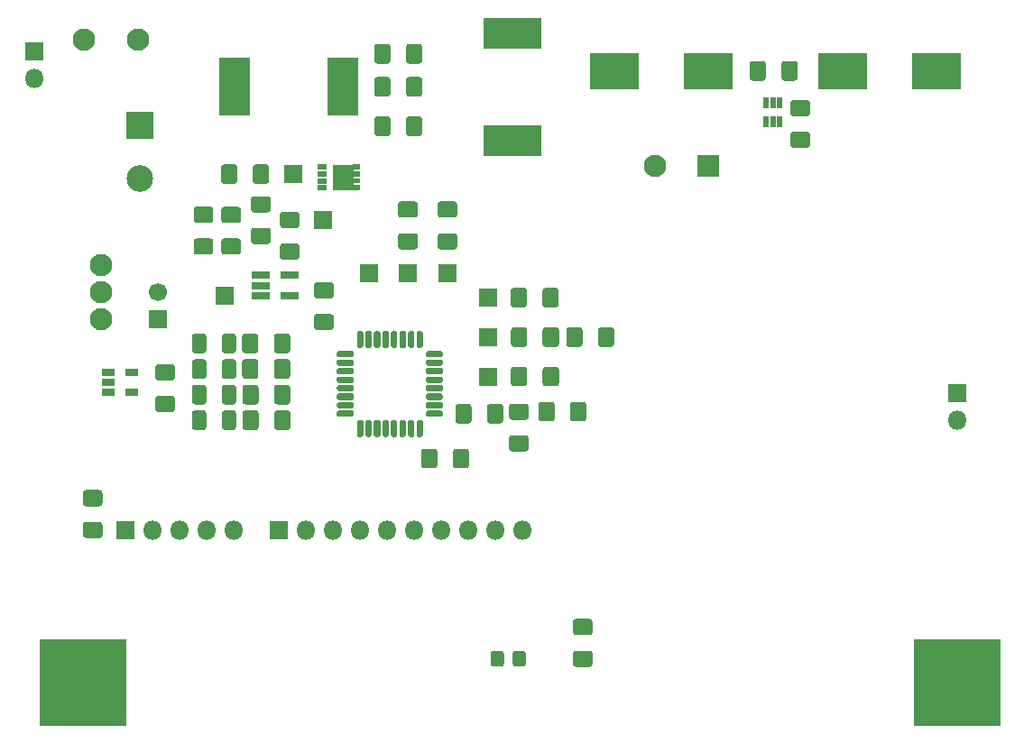
<source format=gbr>
%TF.GenerationSoftware,KiCad,Pcbnew,(5.1.6)-1*%
%TF.CreationDate,2020-05-30T13:08:14+03:00*%
%TF.ProjectId,stm32f334_1S_charger,73746d33-3266-4333-9334-5f31535f6368,rev?*%
%TF.SameCoordinates,Original*%
%TF.FileFunction,Soldermask,Top*%
%TF.FilePolarity,Negative*%
%FSLAX46Y46*%
G04 Gerber Fmt 4.6, Leading zero omitted, Abs format (unit mm)*
G04 Created by KiCad (PCBNEW (5.1.6)-1) date 2020-05-30 13:08:14*
%MOMM*%
%LPD*%
G01*
G04 APERTURE LIST*
%ADD10R,1.700000X1.700000*%
%ADD11C,1.700000*%
%ADD12R,2.500000X2.500000*%
%ADD13C,2.500000*%
%ADD14R,2.100000X2.100000*%
%ADD15C,2.100000*%
%ADD16R,4.600000X3.400000*%
%ADD17R,1.800000X1.800000*%
%ADD18O,1.800000X1.800000*%
%ADD19R,8.100000X8.100000*%
%ADD20R,2.900000X5.400000*%
%ADD21R,5.400000X2.900000*%
%ADD22R,0.930000X0.500000*%
%ADD23C,0.100000*%
%ADD24R,1.160000X0.750000*%
%ADD25R,0.500000X1.100000*%
%ADD26R,1.660000X0.750000*%
G04 APERTURE END LIST*
%TO.C,C10*%
G36*
G01*
X27557456Y-47362500D02*
X26242544Y-47362500D01*
G75*
G02*
X25975000Y-47094956I0J267544D01*
G01*
X25975000Y-46105044D01*
G75*
G02*
X26242544Y-45837500I267544J0D01*
G01*
X27557456Y-45837500D01*
G75*
G02*
X27825000Y-46105044I0J-267544D01*
G01*
X27825000Y-47094956D01*
G75*
G02*
X27557456Y-47362500I-267544J0D01*
G01*
G37*
G36*
G01*
X27557456Y-50337500D02*
X26242544Y-50337500D01*
G75*
G02*
X25975000Y-50069956I0J267544D01*
G01*
X25975000Y-49080044D01*
G75*
G02*
X26242544Y-48812500I267544J0D01*
G01*
X27557456Y-48812500D01*
G75*
G02*
X27825000Y-49080044I0J-267544D01*
G01*
X27825000Y-50069956D01*
G75*
G02*
X27557456Y-50337500I-267544J0D01*
G01*
G37*
%TD*%
%TO.C,C2*%
G36*
G01*
X60862500Y-38942544D02*
X60862500Y-40257456D01*
G75*
G02*
X60594956Y-40525000I-267544J0D01*
G01*
X59605044Y-40525000D01*
G75*
G02*
X59337500Y-40257456I0J267544D01*
G01*
X59337500Y-38942544D01*
G75*
G02*
X59605044Y-38675000I267544J0D01*
G01*
X60594956Y-38675000D01*
G75*
G02*
X60862500Y-38942544I0J-267544D01*
G01*
G37*
G36*
G01*
X63837500Y-38942544D02*
X63837500Y-40257456D01*
G75*
G02*
X63569956Y-40525000I-267544J0D01*
G01*
X62580044Y-40525000D01*
G75*
G02*
X62312500Y-40257456I0J267544D01*
G01*
X62312500Y-38942544D01*
G75*
G02*
X62580044Y-38675000I267544J0D01*
G01*
X63569956Y-38675000D01*
G75*
G02*
X63837500Y-38942544I0J-267544D01*
G01*
G37*
%TD*%
D10*
%TO.C,C3*%
X26200000Y-41600000D03*
D11*
X26200000Y-39100000D03*
%TD*%
D12*
%TO.C,C4*%
X24500000Y-23400000D03*
D13*
X24500000Y-28400000D03*
%TD*%
%TO.C,C6*%
G36*
G01*
X41142544Y-41125000D02*
X42457456Y-41125000D01*
G75*
G02*
X42725000Y-41392544I0J-267544D01*
G01*
X42725000Y-42382456D01*
G75*
G02*
X42457456Y-42650000I-267544J0D01*
G01*
X41142544Y-42650000D01*
G75*
G02*
X40875000Y-42382456I0J267544D01*
G01*
X40875000Y-41392544D01*
G75*
G02*
X41142544Y-41125000I267544J0D01*
G01*
G37*
G36*
G01*
X41142544Y-38150000D02*
X42457456Y-38150000D01*
G75*
G02*
X42725000Y-38417544I0J-267544D01*
G01*
X42725000Y-39407456D01*
G75*
G02*
X42457456Y-39675000I-267544J0D01*
G01*
X41142544Y-39675000D01*
G75*
G02*
X40875000Y-39407456I0J267544D01*
G01*
X40875000Y-38417544D01*
G75*
G02*
X41142544Y-38150000I267544J0D01*
G01*
G37*
%TD*%
%TO.C,C7*%
G36*
G01*
X32442544Y-31062500D02*
X33757456Y-31062500D01*
G75*
G02*
X34025000Y-31330044I0J-267544D01*
G01*
X34025000Y-32319956D01*
G75*
G02*
X33757456Y-32587500I-267544J0D01*
G01*
X32442544Y-32587500D01*
G75*
G02*
X32175000Y-32319956I0J267544D01*
G01*
X32175000Y-31330044D01*
G75*
G02*
X32442544Y-31062500I267544J0D01*
G01*
G37*
G36*
G01*
X32442544Y-34037500D02*
X33757456Y-34037500D01*
G75*
G02*
X34025000Y-34305044I0J-267544D01*
G01*
X34025000Y-35294956D01*
G75*
G02*
X33757456Y-35562500I-267544J0D01*
G01*
X32442544Y-35562500D01*
G75*
G02*
X32175000Y-35294956I0J267544D01*
G01*
X32175000Y-34305044D01*
G75*
G02*
X32442544Y-34037500I267544J0D01*
G01*
G37*
%TD*%
%TO.C,C8*%
G36*
G01*
X31157456Y-35562500D02*
X29842544Y-35562500D01*
G75*
G02*
X29575000Y-35294956I0J267544D01*
G01*
X29575000Y-34305044D01*
G75*
G02*
X29842544Y-34037500I267544J0D01*
G01*
X31157456Y-34037500D01*
G75*
G02*
X31425000Y-34305044I0J-267544D01*
G01*
X31425000Y-35294956D01*
G75*
G02*
X31157456Y-35562500I-267544J0D01*
G01*
G37*
G36*
G01*
X31157456Y-32587500D02*
X29842544Y-32587500D01*
G75*
G02*
X29575000Y-32319956I0J267544D01*
G01*
X29575000Y-31330044D01*
G75*
G02*
X29842544Y-31062500I267544J0D01*
G01*
X31157456Y-31062500D01*
G75*
G02*
X31425000Y-31330044I0J-267544D01*
G01*
X31425000Y-32319956D01*
G75*
G02*
X31157456Y-32587500I-267544J0D01*
G01*
G37*
%TD*%
%TO.C,C11*%
G36*
G01*
X55662500Y-49842544D02*
X55662500Y-51157456D01*
G75*
G02*
X55394956Y-51425000I-267544J0D01*
G01*
X54405044Y-51425000D01*
G75*
G02*
X54137500Y-51157456I0J267544D01*
G01*
X54137500Y-49842544D01*
G75*
G02*
X54405044Y-49575000I267544J0D01*
G01*
X55394956Y-49575000D01*
G75*
G02*
X55662500Y-49842544I0J-267544D01*
G01*
G37*
G36*
G01*
X58637500Y-49842544D02*
X58637500Y-51157456D01*
G75*
G02*
X58369956Y-51425000I-267544J0D01*
G01*
X57380044Y-51425000D01*
G75*
G02*
X57112500Y-51157456I0J267544D01*
G01*
X57112500Y-49842544D01*
G75*
G02*
X57380044Y-49575000I267544J0D01*
G01*
X58369956Y-49575000D01*
G75*
G02*
X58637500Y-49842544I0J-267544D01*
G01*
G37*
%TD*%
%TO.C,C12*%
G36*
G01*
X51037500Y-16042544D02*
X51037500Y-17357456D01*
G75*
G02*
X50769956Y-17625000I-267544J0D01*
G01*
X49780044Y-17625000D01*
G75*
G02*
X49512500Y-17357456I0J267544D01*
G01*
X49512500Y-16042544D01*
G75*
G02*
X49780044Y-15775000I267544J0D01*
G01*
X50769956Y-15775000D01*
G75*
G02*
X51037500Y-16042544I0J-267544D01*
G01*
G37*
G36*
G01*
X48062500Y-16042544D02*
X48062500Y-17357456D01*
G75*
G02*
X47794956Y-17625000I-267544J0D01*
G01*
X46805044Y-17625000D01*
G75*
G02*
X46537500Y-17357456I0J267544D01*
G01*
X46537500Y-16042544D01*
G75*
G02*
X46805044Y-15775000I267544J0D01*
G01*
X47794956Y-15775000D01*
G75*
G02*
X48062500Y-16042544I0J-267544D01*
G01*
G37*
%TD*%
%TO.C,C13*%
G36*
G01*
X48062500Y-19142544D02*
X48062500Y-20457456D01*
G75*
G02*
X47794956Y-20725000I-267544J0D01*
G01*
X46805044Y-20725000D01*
G75*
G02*
X46537500Y-20457456I0J267544D01*
G01*
X46537500Y-19142544D01*
G75*
G02*
X46805044Y-18875000I267544J0D01*
G01*
X47794956Y-18875000D01*
G75*
G02*
X48062500Y-19142544I0J-267544D01*
G01*
G37*
G36*
G01*
X51037500Y-19142544D02*
X51037500Y-20457456D01*
G75*
G02*
X50769956Y-20725000I-267544J0D01*
G01*
X49780044Y-20725000D01*
G75*
G02*
X49512500Y-20457456I0J267544D01*
G01*
X49512500Y-19142544D01*
G75*
G02*
X49780044Y-18875000I267544J0D01*
G01*
X50769956Y-18875000D01*
G75*
G02*
X51037500Y-19142544I0J-267544D01*
G01*
G37*
%TD*%
%TO.C,C14*%
G36*
G01*
X48062500Y-22842544D02*
X48062500Y-24157456D01*
G75*
G02*
X47794956Y-24425000I-267544J0D01*
G01*
X46805044Y-24425000D01*
G75*
G02*
X46537500Y-24157456I0J267544D01*
G01*
X46537500Y-22842544D01*
G75*
G02*
X46805044Y-22575000I267544J0D01*
G01*
X47794956Y-22575000D01*
G75*
G02*
X48062500Y-22842544I0J-267544D01*
G01*
G37*
G36*
G01*
X51037500Y-22842544D02*
X51037500Y-24157456D01*
G75*
G02*
X50769956Y-24425000I-267544J0D01*
G01*
X49780044Y-24425000D01*
G75*
G02*
X49512500Y-24157456I0J267544D01*
G01*
X49512500Y-22842544D01*
G75*
G02*
X49780044Y-22575000I267544J0D01*
G01*
X50769956Y-22575000D01*
G75*
G02*
X51037500Y-22842544I0J-267544D01*
G01*
G37*
%TD*%
%TO.C,C15*%
G36*
G01*
X52742544Y-33537500D02*
X54057456Y-33537500D01*
G75*
G02*
X54325000Y-33805044I0J-267544D01*
G01*
X54325000Y-34794956D01*
G75*
G02*
X54057456Y-35062500I-267544J0D01*
G01*
X52742544Y-35062500D01*
G75*
G02*
X52475000Y-34794956I0J267544D01*
G01*
X52475000Y-33805044D01*
G75*
G02*
X52742544Y-33537500I267544J0D01*
G01*
G37*
G36*
G01*
X52742544Y-30562500D02*
X54057456Y-30562500D01*
G75*
G02*
X54325000Y-30830044I0J-267544D01*
G01*
X54325000Y-31819956D01*
G75*
G02*
X54057456Y-32087500I-267544J0D01*
G01*
X52742544Y-32087500D01*
G75*
G02*
X52475000Y-31819956I0J267544D01*
G01*
X52475000Y-30830044D01*
G75*
G02*
X52742544Y-30562500I267544J0D01*
G01*
G37*
%TD*%
D14*
%TO.C,C16*%
X77900000Y-27200000D03*
D15*
X72900000Y-27200000D03*
%TD*%
%TO.C,C18*%
G36*
G01*
X63862500Y-42642544D02*
X63862500Y-43957456D01*
G75*
G02*
X63594956Y-44225000I-267544J0D01*
G01*
X62605044Y-44225000D01*
G75*
G02*
X62337500Y-43957456I0J267544D01*
G01*
X62337500Y-42642544D01*
G75*
G02*
X62605044Y-42375000I267544J0D01*
G01*
X63594956Y-42375000D01*
G75*
G02*
X63862500Y-42642544I0J-267544D01*
G01*
G37*
G36*
G01*
X60887500Y-42642544D02*
X60887500Y-43957456D01*
G75*
G02*
X60619956Y-44225000I-267544J0D01*
G01*
X59630044Y-44225000D01*
G75*
G02*
X59362500Y-43957456I0J267544D01*
G01*
X59362500Y-42642544D01*
G75*
G02*
X59630044Y-42375000I267544J0D01*
G01*
X60619956Y-42375000D01*
G75*
G02*
X60887500Y-42642544I0J-267544D01*
G01*
G37*
%TD*%
%TO.C,C19*%
G36*
G01*
X66075000Y-42642544D02*
X66075000Y-43957456D01*
G75*
G02*
X65807456Y-44225000I-267544J0D01*
G01*
X64817544Y-44225000D01*
G75*
G02*
X64550000Y-43957456I0J267544D01*
G01*
X64550000Y-42642544D01*
G75*
G02*
X64817544Y-42375000I267544J0D01*
G01*
X65807456Y-42375000D01*
G75*
G02*
X66075000Y-42642544I0J-267544D01*
G01*
G37*
G36*
G01*
X69050000Y-42642544D02*
X69050000Y-43957456D01*
G75*
G02*
X68782456Y-44225000I-267544J0D01*
G01*
X67792544Y-44225000D01*
G75*
G02*
X67525000Y-43957456I0J267544D01*
G01*
X67525000Y-42642544D01*
G75*
G02*
X67792544Y-42375000I267544J0D01*
G01*
X68782456Y-42375000D01*
G75*
G02*
X69050000Y-42642544I0J-267544D01*
G01*
G37*
%TD*%
%TO.C,C20*%
G36*
G01*
X60887500Y-46342544D02*
X60887500Y-47657456D01*
G75*
G02*
X60619956Y-47925000I-267544J0D01*
G01*
X59630044Y-47925000D01*
G75*
G02*
X59362500Y-47657456I0J267544D01*
G01*
X59362500Y-46342544D01*
G75*
G02*
X59630044Y-46075000I267544J0D01*
G01*
X60619956Y-46075000D01*
G75*
G02*
X60887500Y-46342544I0J-267544D01*
G01*
G37*
G36*
G01*
X63862500Y-46342544D02*
X63862500Y-47657456D01*
G75*
G02*
X63594956Y-47925000I-267544J0D01*
G01*
X62605044Y-47925000D01*
G75*
G02*
X62337500Y-47657456I0J267544D01*
G01*
X62337500Y-46342544D01*
G75*
G02*
X62605044Y-46075000I267544J0D01*
G01*
X63594956Y-46075000D01*
G75*
G02*
X63862500Y-46342544I0J-267544D01*
G01*
G37*
%TD*%
%TO.C,C21*%
G36*
G01*
X49042544Y-30562500D02*
X50357456Y-30562500D01*
G75*
G02*
X50625000Y-30830044I0J-267544D01*
G01*
X50625000Y-31819956D01*
G75*
G02*
X50357456Y-32087500I-267544J0D01*
G01*
X49042544Y-32087500D01*
G75*
G02*
X48775000Y-31819956I0J267544D01*
G01*
X48775000Y-30830044D01*
G75*
G02*
X49042544Y-30562500I267544J0D01*
G01*
G37*
G36*
G01*
X49042544Y-33537500D02*
X50357456Y-33537500D01*
G75*
G02*
X50625000Y-33805044I0J-267544D01*
G01*
X50625000Y-34794956D01*
G75*
G02*
X50357456Y-35062500I-267544J0D01*
G01*
X49042544Y-35062500D01*
G75*
G02*
X48775000Y-34794956I0J267544D01*
G01*
X48775000Y-33805044D01*
G75*
G02*
X49042544Y-33537500I267544J0D01*
G01*
G37*
%TD*%
D16*
%TO.C,D1*%
X69100000Y-18300000D03*
X77900000Y-18300000D03*
%TD*%
%TO.C,D2*%
G36*
G01*
X32225000Y-51755000D02*
X32225000Y-50445000D01*
G75*
G02*
X32495000Y-50175000I270000J0D01*
G01*
X33305000Y-50175000D01*
G75*
G02*
X33575000Y-50445000I0J-270000D01*
G01*
X33575000Y-51755000D01*
G75*
G02*
X33305000Y-52025000I-270000J0D01*
G01*
X32495000Y-52025000D01*
G75*
G02*
X32225000Y-51755000I0J270000D01*
G01*
G37*
G36*
G01*
X29425000Y-51755000D02*
X29425000Y-50445000D01*
G75*
G02*
X29695000Y-50175000I270000J0D01*
G01*
X30505000Y-50175000D01*
G75*
G02*
X30775000Y-50445000I0J-270000D01*
G01*
X30775000Y-51755000D01*
G75*
G02*
X30505000Y-52025000I-270000J0D01*
G01*
X29695000Y-52025000D01*
G75*
G02*
X29425000Y-51755000I0J270000D01*
G01*
G37*
%TD*%
%TO.C,D3*%
G36*
G01*
X29425000Y-49355000D02*
X29425000Y-48045000D01*
G75*
G02*
X29695000Y-47775000I270000J0D01*
G01*
X30505000Y-47775000D01*
G75*
G02*
X30775000Y-48045000I0J-270000D01*
G01*
X30775000Y-49355000D01*
G75*
G02*
X30505000Y-49625000I-270000J0D01*
G01*
X29695000Y-49625000D01*
G75*
G02*
X29425000Y-49355000I0J270000D01*
G01*
G37*
G36*
G01*
X32225000Y-49355000D02*
X32225000Y-48045000D01*
G75*
G02*
X32495000Y-47775000I270000J0D01*
G01*
X33305000Y-47775000D01*
G75*
G02*
X33575000Y-48045000I0J-270000D01*
G01*
X33575000Y-49355000D01*
G75*
G02*
X33305000Y-49625000I-270000J0D01*
G01*
X32495000Y-49625000D01*
G75*
G02*
X32225000Y-49355000I0J270000D01*
G01*
G37*
%TD*%
%TO.C,D4*%
X99300000Y-18300000D03*
X90500000Y-18300000D03*
%TD*%
%TO.C,D5*%
G36*
G01*
X32225000Y-46955000D02*
X32225000Y-45645000D01*
G75*
G02*
X32495000Y-45375000I270000J0D01*
G01*
X33305000Y-45375000D01*
G75*
G02*
X33575000Y-45645000I0J-270000D01*
G01*
X33575000Y-46955000D01*
G75*
G02*
X33305000Y-47225000I-270000J0D01*
G01*
X32495000Y-47225000D01*
G75*
G02*
X32225000Y-46955000I0J270000D01*
G01*
G37*
G36*
G01*
X29425000Y-46955000D02*
X29425000Y-45645000D01*
G75*
G02*
X29695000Y-45375000I270000J0D01*
G01*
X30505000Y-45375000D01*
G75*
G02*
X30775000Y-45645000I0J-270000D01*
G01*
X30775000Y-46955000D01*
G75*
G02*
X30505000Y-47225000I-270000J0D01*
G01*
X29695000Y-47225000D01*
G75*
G02*
X29425000Y-46955000I0J270000D01*
G01*
G37*
%TD*%
%TO.C,D6*%
G36*
G01*
X29425000Y-44555000D02*
X29425000Y-43245000D01*
G75*
G02*
X29695000Y-42975000I270000J0D01*
G01*
X30505000Y-42975000D01*
G75*
G02*
X30775000Y-43245000I0J-270000D01*
G01*
X30775000Y-44555000D01*
G75*
G02*
X30505000Y-44825000I-270000J0D01*
G01*
X29695000Y-44825000D01*
G75*
G02*
X29425000Y-44555000I0J270000D01*
G01*
G37*
G36*
G01*
X32225000Y-44555000D02*
X32225000Y-43245000D01*
G75*
G02*
X32495000Y-42975000I270000J0D01*
G01*
X33305000Y-42975000D01*
G75*
G02*
X33575000Y-43245000I0J-270000D01*
G01*
X33575000Y-44555000D01*
G75*
G02*
X33305000Y-44825000I-270000J0D01*
G01*
X32495000Y-44825000D01*
G75*
G02*
X32225000Y-44555000I0J270000D01*
G01*
G37*
%TD*%
D15*
%TO.C,F1*%
X24340000Y-15400000D03*
X19260000Y-15400000D03*
%TD*%
D17*
%TO.C,J2*%
X23140000Y-61400000D03*
D18*
X25680000Y-61400000D03*
X28220000Y-61400000D03*
X30760000Y-61400000D03*
X33300000Y-61400000D03*
%TD*%
D17*
%TO.C,J3*%
X37600000Y-61400000D03*
D18*
X40140000Y-61400000D03*
X42680000Y-61400000D03*
X45220000Y-61400000D03*
X47760000Y-61400000D03*
X50300000Y-61400000D03*
X52840000Y-61400000D03*
X55380000Y-61400000D03*
X57920000Y-61400000D03*
X60460000Y-61400000D03*
%TD*%
D19*
%TO.C,J4*%
X19200000Y-75700000D03*
X101200000Y-75700000D03*
%TD*%
D20*
%TO.C,L1*%
X33450000Y-19800000D03*
X43550000Y-19800000D03*
%TD*%
D21*
%TO.C,L2*%
X59500000Y-24850000D03*
X59500000Y-14750000D03*
%TD*%
D22*
%TO.C,Q1*%
X41660000Y-27975000D03*
X41660000Y-27325000D03*
X41660000Y-28625000D03*
X41660000Y-29275000D03*
D23*
G36*
X45154755Y-27075961D02*
G01*
X45164134Y-27078806D01*
X45172779Y-27083427D01*
X45180355Y-27089645D01*
X45186573Y-27097221D01*
X45191194Y-27105866D01*
X45194039Y-27115245D01*
X45195000Y-27125000D01*
X45195000Y-27525000D01*
X45194039Y-27534755D01*
X45191194Y-27544134D01*
X45186573Y-27552779D01*
X45180355Y-27560355D01*
X45172779Y-27566573D01*
X45164134Y-27571194D01*
X45154755Y-27574039D01*
X45145000Y-27575000D01*
X44575000Y-27575000D01*
X44575000Y-27725000D01*
X45145000Y-27725000D01*
X45154755Y-27725961D01*
X45164134Y-27728806D01*
X45172779Y-27733427D01*
X45180355Y-27739645D01*
X45186573Y-27747221D01*
X45191194Y-27755866D01*
X45194039Y-27765245D01*
X45195000Y-27775000D01*
X45195000Y-28175000D01*
X45194039Y-28184755D01*
X45191194Y-28194134D01*
X45186573Y-28202779D01*
X45180355Y-28210355D01*
X45172779Y-28216573D01*
X45164134Y-28221194D01*
X45154755Y-28224039D01*
X45145000Y-28225000D01*
X44575000Y-28225000D01*
X44575000Y-28375000D01*
X45145000Y-28375000D01*
X45154755Y-28375961D01*
X45164134Y-28378806D01*
X45172779Y-28383427D01*
X45180355Y-28389645D01*
X45186573Y-28397221D01*
X45191194Y-28405866D01*
X45194039Y-28415245D01*
X45195000Y-28425000D01*
X45195000Y-28825000D01*
X45194039Y-28834755D01*
X45191194Y-28844134D01*
X45186573Y-28852779D01*
X45180355Y-28860355D01*
X45172779Y-28866573D01*
X45164134Y-28871194D01*
X45154755Y-28874039D01*
X45145000Y-28875000D01*
X44575000Y-28875000D01*
X44575000Y-29025000D01*
X45145000Y-29025000D01*
X45154755Y-29025961D01*
X45164134Y-29028806D01*
X45172779Y-29033427D01*
X45180355Y-29039645D01*
X45186573Y-29047221D01*
X45191194Y-29055866D01*
X45194039Y-29065245D01*
X45195000Y-29075000D01*
X45195000Y-29475000D01*
X45194039Y-29484755D01*
X45191194Y-29494134D01*
X45186573Y-29502779D01*
X45180355Y-29510355D01*
X45172779Y-29516573D01*
X45164134Y-29521194D01*
X45154755Y-29524039D01*
X45145000Y-29525000D01*
X44525000Y-29525000D01*
X44515245Y-29524039D01*
X44505866Y-29521194D01*
X44497221Y-29516573D01*
X44489645Y-29510355D01*
X44483427Y-29502779D01*
X44478806Y-29494134D01*
X44475961Y-29484755D01*
X44475000Y-29475000D01*
X42675000Y-29475000D01*
X42665245Y-29474039D01*
X42655866Y-29471194D01*
X42647221Y-29466573D01*
X42639645Y-29460355D01*
X42633427Y-29452779D01*
X42628806Y-29444134D01*
X42625961Y-29434755D01*
X42625000Y-29425000D01*
X42625000Y-27175000D01*
X42625961Y-27165245D01*
X42628806Y-27155866D01*
X42633427Y-27147221D01*
X42639645Y-27139645D01*
X42647221Y-27133427D01*
X42655866Y-27128806D01*
X42665245Y-27125961D01*
X42675000Y-27125000D01*
X44475000Y-27125000D01*
X44475961Y-27115245D01*
X44478806Y-27105866D01*
X44483427Y-27097221D01*
X44489645Y-27089645D01*
X44497221Y-27083427D01*
X44505866Y-27078806D01*
X44515245Y-27075961D01*
X44525000Y-27075000D01*
X45145000Y-27075000D01*
X45154755Y-27075961D01*
G37*
%TD*%
%TO.C,R1*%
G36*
G01*
X19442544Y-57662500D02*
X20757456Y-57662500D01*
G75*
G02*
X21025000Y-57930044I0J-267544D01*
G01*
X21025000Y-58919956D01*
G75*
G02*
X20757456Y-59187500I-267544J0D01*
G01*
X19442544Y-59187500D01*
G75*
G02*
X19175000Y-58919956I0J267544D01*
G01*
X19175000Y-57930044D01*
G75*
G02*
X19442544Y-57662500I267544J0D01*
G01*
G37*
G36*
G01*
X19442544Y-60637500D02*
X20757456Y-60637500D01*
G75*
G02*
X21025000Y-60905044I0J-267544D01*
G01*
X21025000Y-61894956D01*
G75*
G02*
X20757456Y-62162500I-267544J0D01*
G01*
X19442544Y-62162500D01*
G75*
G02*
X19175000Y-61894956I0J267544D01*
G01*
X19175000Y-60905044D01*
G75*
G02*
X19442544Y-60637500I267544J0D01*
G01*
G37*
%TD*%
%TO.C,R2*%
G36*
G01*
X53912500Y-55357456D02*
X53912500Y-54042544D01*
G75*
G02*
X54180044Y-53775000I267544J0D01*
G01*
X55169956Y-53775000D01*
G75*
G02*
X55437500Y-54042544I0J-267544D01*
G01*
X55437500Y-55357456D01*
G75*
G02*
X55169956Y-55625000I-267544J0D01*
G01*
X54180044Y-55625000D01*
G75*
G02*
X53912500Y-55357456I0J267544D01*
G01*
G37*
G36*
G01*
X50937500Y-55357456D02*
X50937500Y-54042544D01*
G75*
G02*
X51205044Y-53775000I267544J0D01*
G01*
X52194956Y-53775000D01*
G75*
G02*
X52462500Y-54042544I0J-267544D01*
G01*
X52462500Y-55357456D01*
G75*
G02*
X52194956Y-55625000I-267544J0D01*
G01*
X51205044Y-55625000D01*
G75*
G02*
X50937500Y-55357456I0J267544D01*
G01*
G37*
%TD*%
%TO.C,R8*%
G36*
G01*
X37942544Y-31537500D02*
X39257456Y-31537500D01*
G75*
G02*
X39525000Y-31805044I0J-267544D01*
G01*
X39525000Y-32794956D01*
G75*
G02*
X39257456Y-33062500I-267544J0D01*
G01*
X37942544Y-33062500D01*
G75*
G02*
X37675000Y-32794956I0J267544D01*
G01*
X37675000Y-31805044D01*
G75*
G02*
X37942544Y-31537500I267544J0D01*
G01*
G37*
G36*
G01*
X37942544Y-34512500D02*
X39257456Y-34512500D01*
G75*
G02*
X39525000Y-34780044I0J-267544D01*
G01*
X39525000Y-35769956D01*
G75*
G02*
X39257456Y-36037500I-267544J0D01*
G01*
X37942544Y-36037500D01*
G75*
G02*
X37675000Y-35769956I0J267544D01*
G01*
X37675000Y-34780044D01*
G75*
G02*
X37942544Y-34512500I267544J0D01*
G01*
G37*
%TD*%
%TO.C,R9*%
G36*
G01*
X35242544Y-33037500D02*
X36557456Y-33037500D01*
G75*
G02*
X36825000Y-33305044I0J-267544D01*
G01*
X36825000Y-34294956D01*
G75*
G02*
X36557456Y-34562500I-267544J0D01*
G01*
X35242544Y-34562500D01*
G75*
G02*
X34975000Y-34294956I0J267544D01*
G01*
X34975000Y-33305044D01*
G75*
G02*
X35242544Y-33037500I267544J0D01*
G01*
G37*
G36*
G01*
X35242544Y-30062500D02*
X36557456Y-30062500D01*
G75*
G02*
X36825000Y-30330044I0J-267544D01*
G01*
X36825000Y-31319956D01*
G75*
G02*
X36557456Y-31587500I-267544J0D01*
G01*
X35242544Y-31587500D01*
G75*
G02*
X34975000Y-31319956I0J267544D01*
G01*
X34975000Y-30330044D01*
G75*
G02*
X35242544Y-30062500I267544J0D01*
G01*
G37*
%TD*%
%TO.C,R10*%
G36*
G01*
X35137500Y-28657456D02*
X35137500Y-27342544D01*
G75*
G02*
X35405044Y-27075000I267544J0D01*
G01*
X36394956Y-27075000D01*
G75*
G02*
X36662500Y-27342544I0J-267544D01*
G01*
X36662500Y-28657456D01*
G75*
G02*
X36394956Y-28925000I-267544J0D01*
G01*
X35405044Y-28925000D01*
G75*
G02*
X35137500Y-28657456I0J267544D01*
G01*
G37*
G36*
G01*
X32162500Y-28657456D02*
X32162500Y-27342544D01*
G75*
G02*
X32430044Y-27075000I267544J0D01*
G01*
X33419956Y-27075000D01*
G75*
G02*
X33687500Y-27342544I0J-267544D01*
G01*
X33687500Y-28657456D01*
G75*
G02*
X33419956Y-28925000I-267544J0D01*
G01*
X32430044Y-28925000D01*
G75*
G02*
X32162500Y-28657456I0J267544D01*
G01*
G37*
%TD*%
%TO.C,R11*%
G36*
G01*
X65442544Y-69762500D02*
X66757456Y-69762500D01*
G75*
G02*
X67025000Y-70030044I0J-267544D01*
G01*
X67025000Y-71019956D01*
G75*
G02*
X66757456Y-71287500I-267544J0D01*
G01*
X65442544Y-71287500D01*
G75*
G02*
X65175000Y-71019956I0J267544D01*
G01*
X65175000Y-70030044D01*
G75*
G02*
X65442544Y-69762500I267544J0D01*
G01*
G37*
G36*
G01*
X65442544Y-72737500D02*
X66757456Y-72737500D01*
G75*
G02*
X67025000Y-73005044I0J-267544D01*
G01*
X67025000Y-73994956D01*
G75*
G02*
X66757456Y-74262500I-267544J0D01*
G01*
X65442544Y-74262500D01*
G75*
G02*
X65175000Y-73994956I0J267544D01*
G01*
X65175000Y-73005044D01*
G75*
G02*
X65442544Y-72737500I267544J0D01*
G01*
G37*
%TD*%
%TO.C,R12*%
G36*
G01*
X86262500Y-17642544D02*
X86262500Y-18957456D01*
G75*
G02*
X85994956Y-19225000I-267544J0D01*
G01*
X85005044Y-19225000D01*
G75*
G02*
X84737500Y-18957456I0J267544D01*
G01*
X84737500Y-17642544D01*
G75*
G02*
X85005044Y-17375000I267544J0D01*
G01*
X85994956Y-17375000D01*
G75*
G02*
X86262500Y-17642544I0J-267544D01*
G01*
G37*
G36*
G01*
X83287500Y-17642544D02*
X83287500Y-18957456D01*
G75*
G02*
X83019956Y-19225000I-267544J0D01*
G01*
X82030044Y-19225000D01*
G75*
G02*
X81762500Y-18957456I0J267544D01*
G01*
X81762500Y-17642544D01*
G75*
G02*
X82030044Y-17375000I267544J0D01*
G01*
X83019956Y-17375000D01*
G75*
G02*
X83287500Y-17642544I0J-267544D01*
G01*
G37*
%TD*%
%TO.C,R13*%
G36*
G01*
X35687500Y-50442544D02*
X35687500Y-51757456D01*
G75*
G02*
X35419956Y-52025000I-267544J0D01*
G01*
X34430044Y-52025000D01*
G75*
G02*
X34162500Y-51757456I0J267544D01*
G01*
X34162500Y-50442544D01*
G75*
G02*
X34430044Y-50175000I267544J0D01*
G01*
X35419956Y-50175000D01*
G75*
G02*
X35687500Y-50442544I0J-267544D01*
G01*
G37*
G36*
G01*
X38662500Y-50442544D02*
X38662500Y-51757456D01*
G75*
G02*
X38394956Y-52025000I-267544J0D01*
G01*
X37405044Y-52025000D01*
G75*
G02*
X37137500Y-51757456I0J267544D01*
G01*
X37137500Y-50442544D01*
G75*
G02*
X37405044Y-50175000I267544J0D01*
G01*
X38394956Y-50175000D01*
G75*
G02*
X38662500Y-50442544I0J-267544D01*
G01*
G37*
%TD*%
%TO.C,R14*%
G36*
G01*
X38650000Y-48042544D02*
X38650000Y-49357456D01*
G75*
G02*
X38382456Y-49625000I-267544J0D01*
G01*
X37392544Y-49625000D01*
G75*
G02*
X37125000Y-49357456I0J267544D01*
G01*
X37125000Y-48042544D01*
G75*
G02*
X37392544Y-47775000I267544J0D01*
G01*
X38382456Y-47775000D01*
G75*
G02*
X38650000Y-48042544I0J-267544D01*
G01*
G37*
G36*
G01*
X35675000Y-48042544D02*
X35675000Y-49357456D01*
G75*
G02*
X35407456Y-49625000I-267544J0D01*
G01*
X34417544Y-49625000D01*
G75*
G02*
X34150000Y-49357456I0J267544D01*
G01*
X34150000Y-48042544D01*
G75*
G02*
X34417544Y-47775000I267544J0D01*
G01*
X35407456Y-47775000D01*
G75*
G02*
X35675000Y-48042544I0J-267544D01*
G01*
G37*
%TD*%
%TO.C,R15*%
G36*
G01*
X35662500Y-45642544D02*
X35662500Y-46957456D01*
G75*
G02*
X35394956Y-47225000I-267544J0D01*
G01*
X34405044Y-47225000D01*
G75*
G02*
X34137500Y-46957456I0J267544D01*
G01*
X34137500Y-45642544D01*
G75*
G02*
X34405044Y-45375000I267544J0D01*
G01*
X35394956Y-45375000D01*
G75*
G02*
X35662500Y-45642544I0J-267544D01*
G01*
G37*
G36*
G01*
X38637500Y-45642544D02*
X38637500Y-46957456D01*
G75*
G02*
X38369956Y-47225000I-267544J0D01*
G01*
X37380044Y-47225000D01*
G75*
G02*
X37112500Y-46957456I0J267544D01*
G01*
X37112500Y-45642544D01*
G75*
G02*
X37380044Y-45375000I267544J0D01*
G01*
X38369956Y-45375000D01*
G75*
G02*
X38637500Y-45642544I0J-267544D01*
G01*
G37*
%TD*%
%TO.C,R16*%
G36*
G01*
X35662500Y-43242544D02*
X35662500Y-44557456D01*
G75*
G02*
X35394956Y-44825000I-267544J0D01*
G01*
X34405044Y-44825000D01*
G75*
G02*
X34137500Y-44557456I0J267544D01*
G01*
X34137500Y-43242544D01*
G75*
G02*
X34405044Y-42975000I267544J0D01*
G01*
X35394956Y-42975000D01*
G75*
G02*
X35662500Y-43242544I0J-267544D01*
G01*
G37*
G36*
G01*
X38637500Y-43242544D02*
X38637500Y-44557456D01*
G75*
G02*
X38369956Y-44825000I-267544J0D01*
G01*
X37380044Y-44825000D01*
G75*
G02*
X37112500Y-44557456I0J267544D01*
G01*
X37112500Y-43242544D01*
G75*
G02*
X37380044Y-42975000I267544J0D01*
G01*
X38369956Y-42975000D01*
G75*
G02*
X38637500Y-43242544I0J-267544D01*
G01*
G37*
%TD*%
%TO.C,R17*%
G36*
G01*
X66437500Y-49642544D02*
X66437500Y-50957456D01*
G75*
G02*
X66169956Y-51225000I-267544J0D01*
G01*
X65180044Y-51225000D01*
G75*
G02*
X64912500Y-50957456I0J267544D01*
G01*
X64912500Y-49642544D01*
G75*
G02*
X65180044Y-49375000I267544J0D01*
G01*
X66169956Y-49375000D01*
G75*
G02*
X66437500Y-49642544I0J-267544D01*
G01*
G37*
G36*
G01*
X63462500Y-49642544D02*
X63462500Y-50957456D01*
G75*
G02*
X63194956Y-51225000I-267544J0D01*
G01*
X62205044Y-51225000D01*
G75*
G02*
X61937500Y-50957456I0J267544D01*
G01*
X61937500Y-49642544D01*
G75*
G02*
X62205044Y-49375000I267544J0D01*
G01*
X63194956Y-49375000D01*
G75*
G02*
X63462500Y-49642544I0J-267544D01*
G01*
G37*
%TD*%
%TO.C,R18*%
G36*
G01*
X59442544Y-49537500D02*
X60757456Y-49537500D01*
G75*
G02*
X61025000Y-49805044I0J-267544D01*
G01*
X61025000Y-50794956D01*
G75*
G02*
X60757456Y-51062500I-267544J0D01*
G01*
X59442544Y-51062500D01*
G75*
G02*
X59175000Y-50794956I0J267544D01*
G01*
X59175000Y-49805044D01*
G75*
G02*
X59442544Y-49537500I267544J0D01*
G01*
G37*
G36*
G01*
X59442544Y-52512500D02*
X60757456Y-52512500D01*
G75*
G02*
X61025000Y-52780044I0J-267544D01*
G01*
X61025000Y-53769956D01*
G75*
G02*
X60757456Y-54037500I-267544J0D01*
G01*
X59442544Y-54037500D01*
G75*
G02*
X59175000Y-53769956I0J267544D01*
G01*
X59175000Y-52780044D01*
G75*
G02*
X59442544Y-52512500I267544J0D01*
G01*
G37*
%TD*%
%TO.C,TH1*%
G36*
G01*
X60750000Y-73021738D02*
X60750000Y-73978262D01*
G75*
G02*
X60478262Y-74250000I-271738J0D01*
G01*
X59771738Y-74250000D01*
G75*
G02*
X59500000Y-73978262I0J271738D01*
G01*
X59500000Y-73021738D01*
G75*
G02*
X59771738Y-72750000I271738J0D01*
G01*
X60478262Y-72750000D01*
G75*
G02*
X60750000Y-73021738I0J-271738D01*
G01*
G37*
G36*
G01*
X58700000Y-73021738D02*
X58700000Y-73978262D01*
G75*
G02*
X58428262Y-74250000I-271738J0D01*
G01*
X57721738Y-74250000D01*
G75*
G02*
X57450000Y-73978262I0J271738D01*
G01*
X57450000Y-73021738D01*
G75*
G02*
X57721738Y-72750000I271738J0D01*
G01*
X58428262Y-72750000D01*
G75*
G02*
X58700000Y-73021738I0J-271738D01*
G01*
G37*
%TD*%
D15*
%TO.C,U1*%
X20900000Y-41600000D03*
X20900000Y-39060000D03*
X20900000Y-36520000D03*
%TD*%
D24*
%TO.C,U2*%
X21600000Y-46600000D03*
X21600000Y-47550000D03*
X21600000Y-48500000D03*
X23800000Y-48500000D03*
X23800000Y-46600000D03*
%TD*%
%TO.C,U3*%
G36*
G01*
X52975000Y-50350000D02*
X52975000Y-50650000D01*
G75*
G02*
X52825000Y-50800000I-150000J0D01*
G01*
X51525000Y-50800000D01*
G75*
G02*
X51375000Y-50650000I0J150000D01*
G01*
X51375000Y-50350000D01*
G75*
G02*
X51525000Y-50200000I150000J0D01*
G01*
X52825000Y-50200000D01*
G75*
G02*
X52975000Y-50350000I0J-150000D01*
G01*
G37*
G36*
G01*
X52975000Y-49550000D02*
X52975000Y-49850000D01*
G75*
G02*
X52825000Y-50000000I-150000J0D01*
G01*
X51525000Y-50000000D01*
G75*
G02*
X51375000Y-49850000I0J150000D01*
G01*
X51375000Y-49550000D01*
G75*
G02*
X51525000Y-49400000I150000J0D01*
G01*
X52825000Y-49400000D01*
G75*
G02*
X52975000Y-49550000I0J-150000D01*
G01*
G37*
G36*
G01*
X52975000Y-48750000D02*
X52975000Y-49050000D01*
G75*
G02*
X52825000Y-49200000I-150000J0D01*
G01*
X51525000Y-49200000D01*
G75*
G02*
X51375000Y-49050000I0J150000D01*
G01*
X51375000Y-48750000D01*
G75*
G02*
X51525000Y-48600000I150000J0D01*
G01*
X52825000Y-48600000D01*
G75*
G02*
X52975000Y-48750000I0J-150000D01*
G01*
G37*
G36*
G01*
X52975000Y-47950000D02*
X52975000Y-48250000D01*
G75*
G02*
X52825000Y-48400000I-150000J0D01*
G01*
X51525000Y-48400000D01*
G75*
G02*
X51375000Y-48250000I0J150000D01*
G01*
X51375000Y-47950000D01*
G75*
G02*
X51525000Y-47800000I150000J0D01*
G01*
X52825000Y-47800000D01*
G75*
G02*
X52975000Y-47950000I0J-150000D01*
G01*
G37*
G36*
G01*
X52975000Y-47150000D02*
X52975000Y-47450000D01*
G75*
G02*
X52825000Y-47600000I-150000J0D01*
G01*
X51525000Y-47600000D01*
G75*
G02*
X51375000Y-47450000I0J150000D01*
G01*
X51375000Y-47150000D01*
G75*
G02*
X51525000Y-47000000I150000J0D01*
G01*
X52825000Y-47000000D01*
G75*
G02*
X52975000Y-47150000I0J-150000D01*
G01*
G37*
G36*
G01*
X52975000Y-46350000D02*
X52975000Y-46650000D01*
G75*
G02*
X52825000Y-46800000I-150000J0D01*
G01*
X51525000Y-46800000D01*
G75*
G02*
X51375000Y-46650000I0J150000D01*
G01*
X51375000Y-46350000D01*
G75*
G02*
X51525000Y-46200000I150000J0D01*
G01*
X52825000Y-46200000D01*
G75*
G02*
X52975000Y-46350000I0J-150000D01*
G01*
G37*
G36*
G01*
X52975000Y-45550000D02*
X52975000Y-45850000D01*
G75*
G02*
X52825000Y-46000000I-150000J0D01*
G01*
X51525000Y-46000000D01*
G75*
G02*
X51375000Y-45850000I0J150000D01*
G01*
X51375000Y-45550000D01*
G75*
G02*
X51525000Y-45400000I150000J0D01*
G01*
X52825000Y-45400000D01*
G75*
G02*
X52975000Y-45550000I0J-150000D01*
G01*
G37*
G36*
G01*
X52975000Y-44750000D02*
X52975000Y-45050000D01*
G75*
G02*
X52825000Y-45200000I-150000J0D01*
G01*
X51525000Y-45200000D01*
G75*
G02*
X51375000Y-45050000I0J150000D01*
G01*
X51375000Y-44750000D01*
G75*
G02*
X51525000Y-44600000I150000J0D01*
G01*
X52825000Y-44600000D01*
G75*
G02*
X52975000Y-44750000I0J-150000D01*
G01*
G37*
G36*
G01*
X51100000Y-42875000D02*
X51100000Y-44175000D01*
G75*
G02*
X50950000Y-44325000I-150000J0D01*
G01*
X50650000Y-44325000D01*
G75*
G02*
X50500000Y-44175000I0J150000D01*
G01*
X50500000Y-42875000D01*
G75*
G02*
X50650000Y-42725000I150000J0D01*
G01*
X50950000Y-42725000D01*
G75*
G02*
X51100000Y-42875000I0J-150000D01*
G01*
G37*
G36*
G01*
X50300000Y-42875000D02*
X50300000Y-44175000D01*
G75*
G02*
X50150000Y-44325000I-150000J0D01*
G01*
X49850000Y-44325000D01*
G75*
G02*
X49700000Y-44175000I0J150000D01*
G01*
X49700000Y-42875000D01*
G75*
G02*
X49850000Y-42725000I150000J0D01*
G01*
X50150000Y-42725000D01*
G75*
G02*
X50300000Y-42875000I0J-150000D01*
G01*
G37*
G36*
G01*
X49500000Y-42875000D02*
X49500000Y-44175000D01*
G75*
G02*
X49350000Y-44325000I-150000J0D01*
G01*
X49050000Y-44325000D01*
G75*
G02*
X48900000Y-44175000I0J150000D01*
G01*
X48900000Y-42875000D01*
G75*
G02*
X49050000Y-42725000I150000J0D01*
G01*
X49350000Y-42725000D01*
G75*
G02*
X49500000Y-42875000I0J-150000D01*
G01*
G37*
G36*
G01*
X48700000Y-42875000D02*
X48700000Y-44175000D01*
G75*
G02*
X48550000Y-44325000I-150000J0D01*
G01*
X48250000Y-44325000D01*
G75*
G02*
X48100000Y-44175000I0J150000D01*
G01*
X48100000Y-42875000D01*
G75*
G02*
X48250000Y-42725000I150000J0D01*
G01*
X48550000Y-42725000D01*
G75*
G02*
X48700000Y-42875000I0J-150000D01*
G01*
G37*
G36*
G01*
X47900000Y-42875000D02*
X47900000Y-44175000D01*
G75*
G02*
X47750000Y-44325000I-150000J0D01*
G01*
X47450000Y-44325000D01*
G75*
G02*
X47300000Y-44175000I0J150000D01*
G01*
X47300000Y-42875000D01*
G75*
G02*
X47450000Y-42725000I150000J0D01*
G01*
X47750000Y-42725000D01*
G75*
G02*
X47900000Y-42875000I0J-150000D01*
G01*
G37*
G36*
G01*
X47100000Y-42875000D02*
X47100000Y-44175000D01*
G75*
G02*
X46950000Y-44325000I-150000J0D01*
G01*
X46650000Y-44325000D01*
G75*
G02*
X46500000Y-44175000I0J150000D01*
G01*
X46500000Y-42875000D01*
G75*
G02*
X46650000Y-42725000I150000J0D01*
G01*
X46950000Y-42725000D01*
G75*
G02*
X47100000Y-42875000I0J-150000D01*
G01*
G37*
G36*
G01*
X46300000Y-42875000D02*
X46300000Y-44175000D01*
G75*
G02*
X46150000Y-44325000I-150000J0D01*
G01*
X45850000Y-44325000D01*
G75*
G02*
X45700000Y-44175000I0J150000D01*
G01*
X45700000Y-42875000D01*
G75*
G02*
X45850000Y-42725000I150000J0D01*
G01*
X46150000Y-42725000D01*
G75*
G02*
X46300000Y-42875000I0J-150000D01*
G01*
G37*
G36*
G01*
X45500000Y-42875000D02*
X45500000Y-44175000D01*
G75*
G02*
X45350000Y-44325000I-150000J0D01*
G01*
X45050000Y-44325000D01*
G75*
G02*
X44900000Y-44175000I0J150000D01*
G01*
X44900000Y-42875000D01*
G75*
G02*
X45050000Y-42725000I150000J0D01*
G01*
X45350000Y-42725000D01*
G75*
G02*
X45500000Y-42875000I0J-150000D01*
G01*
G37*
G36*
G01*
X44625000Y-44750000D02*
X44625000Y-45050000D01*
G75*
G02*
X44475000Y-45200000I-150000J0D01*
G01*
X43175000Y-45200000D01*
G75*
G02*
X43025000Y-45050000I0J150000D01*
G01*
X43025000Y-44750000D01*
G75*
G02*
X43175000Y-44600000I150000J0D01*
G01*
X44475000Y-44600000D01*
G75*
G02*
X44625000Y-44750000I0J-150000D01*
G01*
G37*
G36*
G01*
X44625000Y-45550000D02*
X44625000Y-45850000D01*
G75*
G02*
X44475000Y-46000000I-150000J0D01*
G01*
X43175000Y-46000000D01*
G75*
G02*
X43025000Y-45850000I0J150000D01*
G01*
X43025000Y-45550000D01*
G75*
G02*
X43175000Y-45400000I150000J0D01*
G01*
X44475000Y-45400000D01*
G75*
G02*
X44625000Y-45550000I0J-150000D01*
G01*
G37*
G36*
G01*
X44625000Y-46350000D02*
X44625000Y-46650000D01*
G75*
G02*
X44475000Y-46800000I-150000J0D01*
G01*
X43175000Y-46800000D01*
G75*
G02*
X43025000Y-46650000I0J150000D01*
G01*
X43025000Y-46350000D01*
G75*
G02*
X43175000Y-46200000I150000J0D01*
G01*
X44475000Y-46200000D01*
G75*
G02*
X44625000Y-46350000I0J-150000D01*
G01*
G37*
G36*
G01*
X44625000Y-47150000D02*
X44625000Y-47450000D01*
G75*
G02*
X44475000Y-47600000I-150000J0D01*
G01*
X43175000Y-47600000D01*
G75*
G02*
X43025000Y-47450000I0J150000D01*
G01*
X43025000Y-47150000D01*
G75*
G02*
X43175000Y-47000000I150000J0D01*
G01*
X44475000Y-47000000D01*
G75*
G02*
X44625000Y-47150000I0J-150000D01*
G01*
G37*
G36*
G01*
X44625000Y-47950000D02*
X44625000Y-48250000D01*
G75*
G02*
X44475000Y-48400000I-150000J0D01*
G01*
X43175000Y-48400000D01*
G75*
G02*
X43025000Y-48250000I0J150000D01*
G01*
X43025000Y-47950000D01*
G75*
G02*
X43175000Y-47800000I150000J0D01*
G01*
X44475000Y-47800000D01*
G75*
G02*
X44625000Y-47950000I0J-150000D01*
G01*
G37*
G36*
G01*
X44625000Y-48750000D02*
X44625000Y-49050000D01*
G75*
G02*
X44475000Y-49200000I-150000J0D01*
G01*
X43175000Y-49200000D01*
G75*
G02*
X43025000Y-49050000I0J150000D01*
G01*
X43025000Y-48750000D01*
G75*
G02*
X43175000Y-48600000I150000J0D01*
G01*
X44475000Y-48600000D01*
G75*
G02*
X44625000Y-48750000I0J-150000D01*
G01*
G37*
G36*
G01*
X44625000Y-49550000D02*
X44625000Y-49850000D01*
G75*
G02*
X44475000Y-50000000I-150000J0D01*
G01*
X43175000Y-50000000D01*
G75*
G02*
X43025000Y-49850000I0J150000D01*
G01*
X43025000Y-49550000D01*
G75*
G02*
X43175000Y-49400000I150000J0D01*
G01*
X44475000Y-49400000D01*
G75*
G02*
X44625000Y-49550000I0J-150000D01*
G01*
G37*
G36*
G01*
X44625000Y-50350000D02*
X44625000Y-50650000D01*
G75*
G02*
X44475000Y-50800000I-150000J0D01*
G01*
X43175000Y-50800000D01*
G75*
G02*
X43025000Y-50650000I0J150000D01*
G01*
X43025000Y-50350000D01*
G75*
G02*
X43175000Y-50200000I150000J0D01*
G01*
X44475000Y-50200000D01*
G75*
G02*
X44625000Y-50350000I0J-150000D01*
G01*
G37*
G36*
G01*
X45500000Y-51225000D02*
X45500000Y-52525000D01*
G75*
G02*
X45350000Y-52675000I-150000J0D01*
G01*
X45050000Y-52675000D01*
G75*
G02*
X44900000Y-52525000I0J150000D01*
G01*
X44900000Y-51225000D01*
G75*
G02*
X45050000Y-51075000I150000J0D01*
G01*
X45350000Y-51075000D01*
G75*
G02*
X45500000Y-51225000I0J-150000D01*
G01*
G37*
G36*
G01*
X46300000Y-51225000D02*
X46300000Y-52525000D01*
G75*
G02*
X46150000Y-52675000I-150000J0D01*
G01*
X45850000Y-52675000D01*
G75*
G02*
X45700000Y-52525000I0J150000D01*
G01*
X45700000Y-51225000D01*
G75*
G02*
X45850000Y-51075000I150000J0D01*
G01*
X46150000Y-51075000D01*
G75*
G02*
X46300000Y-51225000I0J-150000D01*
G01*
G37*
G36*
G01*
X47100000Y-51225000D02*
X47100000Y-52525000D01*
G75*
G02*
X46950000Y-52675000I-150000J0D01*
G01*
X46650000Y-52675000D01*
G75*
G02*
X46500000Y-52525000I0J150000D01*
G01*
X46500000Y-51225000D01*
G75*
G02*
X46650000Y-51075000I150000J0D01*
G01*
X46950000Y-51075000D01*
G75*
G02*
X47100000Y-51225000I0J-150000D01*
G01*
G37*
G36*
G01*
X47900000Y-51225000D02*
X47900000Y-52525000D01*
G75*
G02*
X47750000Y-52675000I-150000J0D01*
G01*
X47450000Y-52675000D01*
G75*
G02*
X47300000Y-52525000I0J150000D01*
G01*
X47300000Y-51225000D01*
G75*
G02*
X47450000Y-51075000I150000J0D01*
G01*
X47750000Y-51075000D01*
G75*
G02*
X47900000Y-51225000I0J-150000D01*
G01*
G37*
G36*
G01*
X48700000Y-51225000D02*
X48700000Y-52525000D01*
G75*
G02*
X48550000Y-52675000I-150000J0D01*
G01*
X48250000Y-52675000D01*
G75*
G02*
X48100000Y-52525000I0J150000D01*
G01*
X48100000Y-51225000D01*
G75*
G02*
X48250000Y-51075000I150000J0D01*
G01*
X48550000Y-51075000D01*
G75*
G02*
X48700000Y-51225000I0J-150000D01*
G01*
G37*
G36*
G01*
X49500000Y-51225000D02*
X49500000Y-52525000D01*
G75*
G02*
X49350000Y-52675000I-150000J0D01*
G01*
X49050000Y-52675000D01*
G75*
G02*
X48900000Y-52525000I0J150000D01*
G01*
X48900000Y-51225000D01*
G75*
G02*
X49050000Y-51075000I150000J0D01*
G01*
X49350000Y-51075000D01*
G75*
G02*
X49500000Y-51225000I0J-150000D01*
G01*
G37*
G36*
G01*
X50300000Y-51225000D02*
X50300000Y-52525000D01*
G75*
G02*
X50150000Y-52675000I-150000J0D01*
G01*
X49850000Y-52675000D01*
G75*
G02*
X49700000Y-52525000I0J150000D01*
G01*
X49700000Y-51225000D01*
G75*
G02*
X49850000Y-51075000I150000J0D01*
G01*
X50150000Y-51075000D01*
G75*
G02*
X50300000Y-51225000I0J-150000D01*
G01*
G37*
G36*
G01*
X51100000Y-51225000D02*
X51100000Y-52525000D01*
G75*
G02*
X50950000Y-52675000I-150000J0D01*
G01*
X50650000Y-52675000D01*
G75*
G02*
X50500000Y-52525000I0J150000D01*
G01*
X50500000Y-51225000D01*
G75*
G02*
X50650000Y-51075000I150000J0D01*
G01*
X50950000Y-51075000D01*
G75*
G02*
X51100000Y-51225000I0J-150000D01*
G01*
G37*
%TD*%
D25*
%TO.C,U4*%
X84600000Y-23100000D03*
X83950000Y-23100000D03*
X83300000Y-23100000D03*
X84600000Y-21300000D03*
X83950000Y-21300000D03*
X83300000Y-21300000D03*
%TD*%
D26*
%TO.C,U5*%
X35900000Y-37500000D03*
X35900000Y-38450000D03*
X35900000Y-39400000D03*
X38600000Y-39400000D03*
X38600000Y-37500000D03*
%TD*%
D17*
%TO.C,J1*%
X14600000Y-16500000D03*
D18*
X14600000Y-19040000D03*
%TD*%
D17*
%TO.C,J5*%
X57200000Y-47000000D03*
%TD*%
%TO.C,J6*%
X57200000Y-43300000D03*
%TD*%
%TO.C,J7*%
X57200000Y-39600000D03*
%TD*%
%TO.C,J8*%
X53400000Y-37300000D03*
%TD*%
%TO.C,J9*%
X49700000Y-37300000D03*
%TD*%
%TO.C,J10*%
X46000000Y-37300000D03*
%TD*%
%TO.C,J11*%
X32500000Y-39400000D03*
%TD*%
D18*
%TO.C,J14*%
X101200000Y-51140000D03*
D17*
X101200000Y-48600000D03*
%TD*%
%TO.C,J12*%
X41700000Y-32300000D03*
%TD*%
%TO.C,J13*%
X38900000Y-28000000D03*
%TD*%
%TO.C,C9*%
G36*
G01*
X85842544Y-21037500D02*
X87157456Y-21037500D01*
G75*
G02*
X87425000Y-21305044I0J-267544D01*
G01*
X87425000Y-22294956D01*
G75*
G02*
X87157456Y-22562500I-267544J0D01*
G01*
X85842544Y-22562500D01*
G75*
G02*
X85575000Y-22294956I0J267544D01*
G01*
X85575000Y-21305044D01*
G75*
G02*
X85842544Y-21037500I267544J0D01*
G01*
G37*
G36*
G01*
X85842544Y-24012500D02*
X87157456Y-24012500D01*
G75*
G02*
X87425000Y-24280044I0J-267544D01*
G01*
X87425000Y-25269956D01*
G75*
G02*
X87157456Y-25537500I-267544J0D01*
G01*
X85842544Y-25537500D01*
G75*
G02*
X85575000Y-25269956I0J267544D01*
G01*
X85575000Y-24280044D01*
G75*
G02*
X85842544Y-24012500I267544J0D01*
G01*
G37*
%TD*%
M02*

</source>
